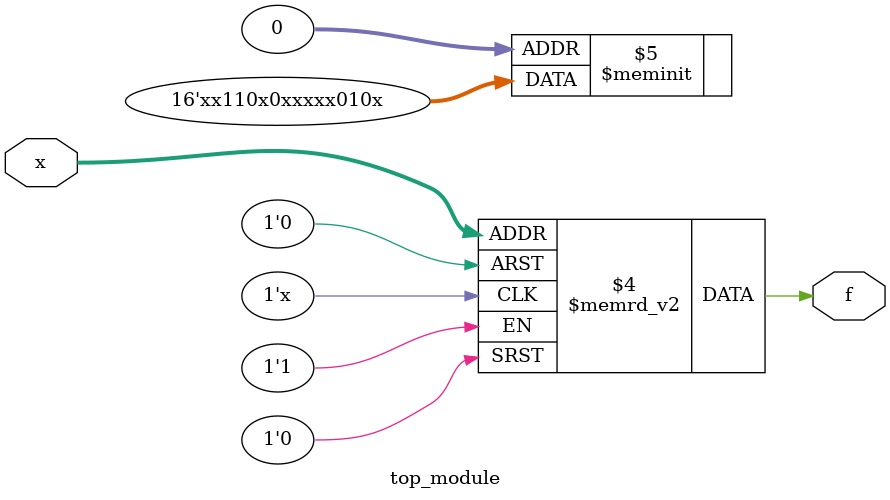
<source format=sv>
module top_module (
    input [4:1] x,
    output logic f
);

always_comb begin
    case ({x[4], x[3], x[2], x[1]})
        4'b0001, 4'b0011, 4'b1001, 4'b1011: f = 0;
        4'b0010, 4'b1100, 4'b1101: f = 1;
        4'b0000, 4'b0111, 4'b1000, 4'b1110, 4'b1111, 4'b0101, 4'b0110, 4'b1010: f = 1'bx;
    endcase
end

endmodule

</source>
